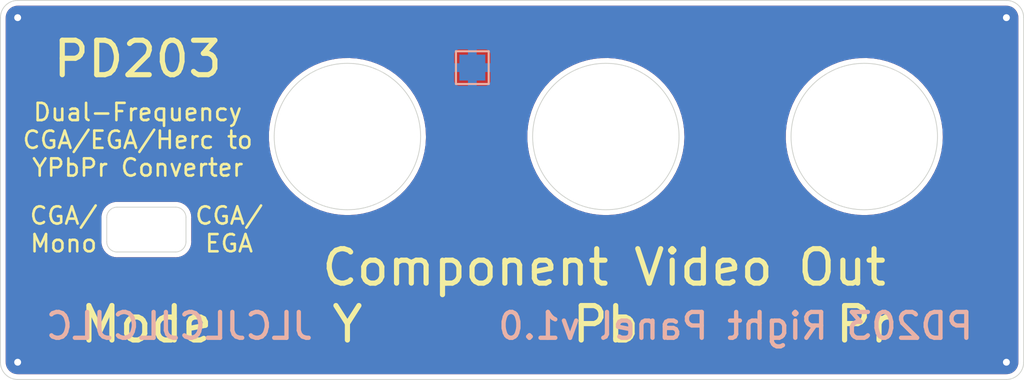
<source format=kicad_pcb>
(kicad_pcb (version 20211014) (generator pcbnew)
  (layers (0 "F.Cu" signal) (31 "B.Cu" signal) (36 "B.SilkS" user "B.Silkscreen") (37 "F.SilkS" user "F.Silkscreen") (38 "B.Mask" user) (39 "F.Mask" user) (44 "Edge.Cuts" user))
  (net 0 "")
  (net 1 "GND")
  (footprint "TestPoint:TestPoint_Pad_1.5x1.5mm" (layer "B.Cu") (at 56 38)
    (fp_text reference "TP1" hide)
    (fp_text value "TestPoint")
    (fp_line (start -0.95 -0.95) (end -0.95 0.95) (layer "B.SilkS") (width 0.12))
    (fp_line (start 0.95 -0.95) (end -0.95 -0.95) (layer "B.SilkS") (width 0.12))
    (fp_line (start 0.95 0.95) (end 0.95 -0.95) (layer "B.SilkS") (width 0.12))
    (fp_line (start -0.95 0.95) (end 0.95 0.95) (layer "B.SilkS") (width 0.12))
    (pad "1" smd rect (at 0 0) (size 1.5 1.5) (layers "B.Cu" "B.Mask") (net 1 "GND"))
  )
  (gr_line (start 29.61 34.1) (end 87 34.1) (layer "Edge.Cuts") (width 0.05))
  (gr_line (start 87 56.1) (end 29.61 56.1) (layer "Edge.Cuts") (width 0.05))
  (gr_circle (center 48.75 42) (end 53 42) (layer "Edge.Cuts") (width 0.05) (fill none))
  (gr_circle (center 78.75 42) (end 83 42) (layer "Edge.Cuts") (width 0.05) (fill none))
  (gr_circle (center 63.75 42) (end 68 42) (layer "Edge.Cuts") (width 0.05) (fill none))
  (gr_arc (start 87 34.1) (mid 87.707107 34.392893) (end 88 35.1) (layer "Edge.Cuts") (width 0.05))
  (gr_arc (start 38.78 46.1) (mid 39.204264 46.275736) (end 39.38 46.7) (layer "Edge.Cuts") (width 0.05))
  (gr_line (start 35.38 46.1) (end 38.78 46.1) (layer "Edge.Cuts") (width 0.05))
  (gr_arc (start 88 55.1) (mid 87.707107 55.807107) (end 87 56.1) (layer "Edge.Cuts") (width 0.05))
  (gr_line (start 34.78 46.7) (end 34.78 48.1) (layer "Edge.Cuts") (width 0.05))
  (gr_arc (start 35.38 48.7) (mid 34.955736 48.524264) (end 34.78 48.1) (layer "Edge.Cuts") (width 0.05))
  (gr_arc (start 29.61 56.1) (mid 28.902893 55.807107) (end 28.61 55.1) (layer "Edge.Cuts") (width 0.05))
  (gr_line (start 39.38 48.1) (end 39.38 46.7) (layer "Edge.Cuts") (width 0.05))
  (gr_line (start 35.38 48.7) (end 38.78 48.7) (layer "Edge.Cuts") (width 0.05))
  (gr_arc (start 39.38 48.1) (mid 39.204264 48.524264) (end 38.78 48.7) (layer "Edge.Cuts") (width 0.05))
  (gr_line (start 28.61 35.1) (end 28.61 55.1) (layer "Edge.Cuts") (width 0.05))
  (gr_arc (start 28.61 35.1) (mid 28.902893 34.392893) (end 29.61 34.1) (layer "Edge.Cuts") (width 0.05))
  (gr_arc (start 34.78 46.7) (mid 34.955736 46.275736) (end 35.38 46.1) (layer "Edge.Cuts") (width 0.05))
  (gr_line (start 88 35.1) (end 88 55.1) (layer "Edge.Cuts") (width 0.05))
  (gr_text "JLCJLCJLCJLC" (at 39 53) (layer "B.SilkS") (effects (font (size 1.5 1.5) (thickness 0.25)) (justify mirror)))
  (gr_text "PD203 Right Panel v1.0" (at 71.28 53) (layer "B.SilkS") (effects (font (size 1.5 1.5) (thickness 0.25)) (justify mirror)))
  (gr_text "Y" (at 48.75 52.9) (layer "F.SilkS") (effects (font (size 2 2) (thickness 0.3))))
  (gr_text "Pb" (at 63.75 52.9) (layer "F.SilkS") (effects (font (size 2 2) (thickness 0.3))))
  (gr_text "Component Video Out" (at 63.65 49.6) (layer "F.SilkS") (effects (font (size 2 2) (thickness 0.3))))
  (gr_text "CGA/\nEGA" (at 41.88 47.4) (layer "F.SilkS") (effects (font (size 1 1))))
  (gr_text "Dual-Frequency\nCGA/EGA/Herc to\nYPbPr Converter" (at 36.58 42.2) (layer "F.SilkS") (effects (font (size 1 1))))
  (gr_text "PD203" (at 36.58 37.5) (layer "F.SilkS") (effects (font (size 2 2) (thickness 0.3))))
  (gr_text "Mode" (at 37.08 52.9) (layer "F.SilkS") (effects (font (size 2 2) (thickness 0.3))))
  (gr_text "Pr" (at 78.75 52.9) (layer "F.SilkS") (effects (font (size 2 2) (thickness 0.3))))
  (gr_text "CGA/\nMono" (at 32.28 47.4) (layer "F.SilkS") (effects (font (size 1 1))))
  (via (at 87 35.1) (size 0.6) (drill 0.4) (layers "F.Cu" "B.Cu") (net 1))
  (via (at 29.61 35.1) (size 0.6) (drill 0.4) (layers "F.Cu" "B.Cu") (net 1))
  (via (at 87 55.1) (size 0.6) (drill 0.4) (layers "F.Cu" "B.Cu") (net 1))
  (via (at 29.61 55.1) (size 0.6) (drill 0.4) (layers "F.Cu" "B.Cu") (net 1))
  (zone (net 1) (net_name "GND") (layer "F.Cu") (connect_pads (clearance 0.3048)) (min_thickness 0.254) (fill yes (thermal_gap 0.3048) (thermal_bridge_width 0.508))
    (polygon (pts (xy 88 34.1) (xy 88 56.1) (xy 28.61 56.1) (xy 28.61 34.1)))
  )
  (zone (net 1) (net_name "GND") (layer "B.Cu") (connect_pads (clearance 0.3048)) (min_thickness 0.254) (fill yes (thermal_gap 0.3048) (thermal_bridge_width 0.508))
    (polygon (pts (xy 88 34.1) (xy 88 56.1) (xy 28.61 56.1) (xy 28.61 34.1)))
  )
)
</source>
